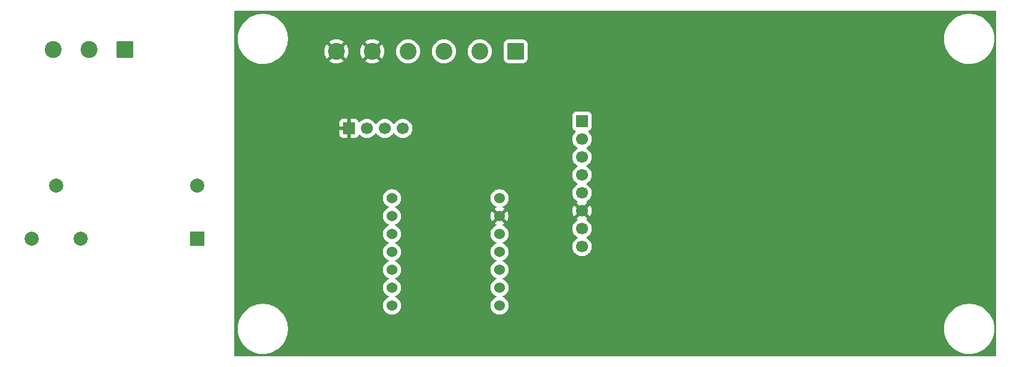
<source format=gbr>
%TF.GenerationSoftware,KiCad,Pcbnew,9.0.2*%
%TF.CreationDate,2025-08-18T15:59:43+02:00*%
%TF.ProjectId,esp32c6-charger,65737033-3263-4362-9d63-686172676572,rev?*%
%TF.SameCoordinates,Original*%
%TF.FileFunction,Copper,L2,Bot*%
%TF.FilePolarity,Positive*%
%FSLAX46Y46*%
G04 Gerber Fmt 4.6, Leading zero omitted, Abs format (unit mm)*
G04 Created by KiCad (PCBNEW 9.0.2) date 2025-08-18 15:59:43*
%MOMM*%
%LPD*%
G01*
G04 APERTURE LIST*
G04 Aperture macros list*
%AMRoundRect*
0 Rectangle with rounded corners*
0 $1 Rounding radius*
0 $2 $3 $4 $5 $6 $7 $8 $9 X,Y pos of 4 corners*
0 Add a 4 corners polygon primitive as box body*
4,1,4,$2,$3,$4,$5,$6,$7,$8,$9,$2,$3,0*
0 Add four circle primitives for the rounded corners*
1,1,$1+$1,$2,$3*
1,1,$1+$1,$4,$5*
1,1,$1+$1,$6,$7*
1,1,$1+$1,$8,$9*
0 Add four rect primitives between the rounded corners*
20,1,$1+$1,$2,$3,$4,$5,0*
20,1,$1+$1,$4,$5,$6,$7,0*
20,1,$1+$1,$6,$7,$8,$9,0*
20,1,$1+$1,$8,$9,$2,$3,0*%
G04 Aperture macros list end*
%TA.AperFunction,ComponentPad*%
%ADD10C,2.000000*%
%TD*%
%TA.AperFunction,ComponentPad*%
%ADD11R,2.000000X2.000000*%
%TD*%
%TA.AperFunction,ComponentPad*%
%ADD12C,2.400000*%
%TD*%
%TA.AperFunction,ComponentPad*%
%ADD13RoundRect,0.250001X0.949999X0.949999X-0.949999X0.949999X-0.949999X-0.949999X0.949999X-0.949999X0*%
%TD*%
%TA.AperFunction,ComponentPad*%
%ADD14C,1.524000*%
%TD*%
%TA.AperFunction,ComponentPad*%
%ADD15R,1.700000X1.700000*%
%TD*%
%TA.AperFunction,ComponentPad*%
%ADD16C,1.700000*%
%TD*%
%TA.AperFunction,ViaPad*%
%ADD17C,0.600000*%
%TD*%
G04 APERTURE END LIST*
D10*
%TO.P,K1,11*%
%TO.N,Net-(J2-Pin_3)*%
X86271500Y-115313500D03*
%TO.P,K1,12*%
%TO.N,Net-(J2-Pin_1)*%
X89771500Y-122813500D03*
%TO.P,K1,14*%
%TO.N,Net-(J2-Pin_2)*%
X82771500Y-122813500D03*
D11*
%TO.P,K1,A1*%
%TO.N,+5V*%
X106271500Y-122813500D03*
D10*
%TO.P,K1,A2*%
%TO.N,/Relais*%
X106271500Y-115313500D03*
%TD*%
D12*
%TO.P,J2,3,Pin_3*%
%TO.N,Net-(J2-Pin_3)*%
X85852000Y-96012000D03*
%TO.P,J2,2,Pin_2*%
%TO.N,Net-(J2-Pin_2)*%
X90932000Y-96012000D03*
D13*
%TO.P,J2,1,Pin_1*%
%TO.N,Net-(J2-Pin_1)*%
X96012000Y-96012000D03*
%TD*%
D14*
%TO.P,U1,1,GPIO0/A0/D0*%
%TO.N,unconnected-(U1-GPIO0{slash}A0{slash}D0-Pad1)*%
X133858000Y-117094000D03*
%TO.P,U1,2,GPIO1/A1/D1*%
%TO.N,/Cable Detect*%
X133858000Y-119634000D03*
%TO.P,U1,3,GPIO2/A2/D2*%
%TO.N,Net-(U1-GPIO2{slash}A2{slash}D2)*%
X133858000Y-122174000D03*
%TO.P,U1,4,GPIO21/D3*%
%TO.N,Net-(U1-GPIO21{slash}D3)*%
X133858000Y-124714000D03*
%TO.P,U1,5,GPIO22/D4/SDA*%
%TO.N,Net-(Brd1-SDA)*%
X133858000Y-127254000D03*
%TO.P,U1,6,GPIO23/D5/SCL*%
%TO.N,Net-(Brd1-SCL)*%
X133858000Y-129794000D03*
%TO.P,U1,7,GPIO16/D6/TX*%
%TO.N,unconnected-(U1-GPIO16{slash}D6{slash}TX-Pad7)*%
X133858000Y-132334000D03*
%TO.P,U1,8,GPIO17/D7/RX*%
%TO.N,Net-(RFID1-SDA)*%
X149098000Y-132334000D03*
%TO.P,U1,9,GPIO19/D8/SCK*%
%TO.N,Net-(RFID1-SCK)*%
X149098000Y-129794000D03*
%TO.P,U1,10,GPIO20/D9/MISO*%
%TO.N,Net-(RFID1-MISO)*%
X149098000Y-127254000D03*
%TO.P,U1,11,GPIO18/D10/MOSI*%
%TO.N,Net-(RFID1-MOSI)*%
X149098000Y-124714000D03*
%TO.P,U1,12,3V3*%
%TO.N,VCC*%
X149098000Y-122174000D03*
%TO.P,U1,13,GND*%
%TO.N,GND*%
X149098000Y-119634000D03*
%TO.P,U1,14,VBUS*%
%TO.N,+5V*%
X149098000Y-117094000D03*
%TD*%
D15*
%TO.P,RFID1,1,SDA*%
%TO.N,Net-(RFID1-SDA)*%
X160782000Y-106172000D03*
D16*
%TO.P,RFID1,2,SCK*%
%TO.N,Net-(RFID1-SCK)*%
X160782000Y-108712000D03*
%TO.P,RFID1,3,MOSI*%
%TO.N,Net-(RFID1-MOSI)*%
X160782000Y-111252000D03*
%TO.P,RFID1,4,MISO*%
%TO.N,Net-(RFID1-MISO)*%
X160782000Y-113792000D03*
%TO.P,RFID1,5,IRQ*%
%TO.N,unconnected-(RFID1-IRQ-Pad5)*%
X160782000Y-116332000D03*
%TO.P,RFID1,6,GND*%
%TO.N,GND*%
X160782000Y-118872000D03*
%TO.P,RFID1,7,RST*%
%TO.N,unconnected-(RFID1-RST-Pad7)*%
X160782000Y-121412000D03*
%TO.P,RFID1,8,3\u002C3V*%
%TO.N,VCC*%
X160782000Y-123952000D03*
%TD*%
D15*
%TO.P,Brd1,1,GND*%
%TO.N,GND*%
X127762000Y-107188000D03*
D16*
%TO.P,Brd1,2,VCC*%
%TO.N,VCC*%
X130302000Y-107188000D03*
%TO.P,Brd1,3,SCL*%
%TO.N,Net-(Brd1-SCL)*%
X132842000Y-107188000D03*
%TO.P,Brd1,4,SDA*%
%TO.N,Net-(Brd1-SDA)*%
X135382000Y-107188000D03*
%TD*%
D13*
%TO.P,J1,1,Pin_1*%
%TO.N,+5V*%
X151384000Y-96266000D03*
D12*
%TO.P,J1,2,Pin_2*%
%TO.N,VCC*%
X146304000Y-96266000D03*
%TO.P,J1,3,Pin_3*%
%TO.N,/Cable lock*%
X141224000Y-96266000D03*
%TO.P,J1,4,Pin_4*%
%TO.N,/Cable Detect*%
X136144000Y-96266000D03*
%TO.P,J1,5,Pin_5*%
%TO.N,GND*%
X131064000Y-96266000D03*
%TO.P,J1,6,Pin_6*%
X125984000Y-96266000D03*
%TD*%
D17*
%TO.N,GND*%
X118110000Y-126492000D03*
X118110000Y-119888000D03*
%TD*%
%TA.AperFunction,Conductor*%
%TO.N,GND*%
G36*
X219442539Y-90520185D02*
G01*
X219488294Y-90572989D01*
X219499500Y-90624500D01*
X219499500Y-139375500D01*
X219479815Y-139442539D01*
X219427011Y-139488294D01*
X219375500Y-139499500D01*
X111630000Y-139499500D01*
X111562961Y-139479815D01*
X111517206Y-139427011D01*
X111506000Y-139375500D01*
X111506000Y-135461157D01*
X112000370Y-135461157D01*
X112000370Y-135810842D01*
X112034644Y-136158842D01*
X112034647Y-136158859D01*
X112102861Y-136501804D01*
X112102864Y-136501815D01*
X112102866Y-136501824D01*
X112102867Y-136501825D01*
X112204377Y-136836459D01*
X112320282Y-137116279D01*
X112338199Y-137159533D01*
X112338201Y-137159538D01*
X112503035Y-137467920D01*
X112503046Y-137467938D01*
X112697314Y-137758680D01*
X112697324Y-137758694D01*
X112919166Y-138029009D01*
X113166425Y-138276268D01*
X113166430Y-138276272D01*
X113166431Y-138276273D01*
X113436746Y-138498115D01*
X113727503Y-138692393D01*
X113727512Y-138692398D01*
X113727514Y-138692399D01*
X114035896Y-138857233D01*
X114035898Y-138857233D01*
X114035904Y-138857237D01*
X114358976Y-138991058D01*
X114693610Y-139092568D01*
X114693616Y-139092569D01*
X114693619Y-139092570D01*
X114693630Y-139092573D01*
X114908686Y-139135349D01*
X115036582Y-139160789D01*
X115384589Y-139195065D01*
X115384592Y-139195065D01*
X115734278Y-139195065D01*
X115734281Y-139195065D01*
X116082288Y-139160789D01*
X116252047Y-139127021D01*
X116425239Y-139092573D01*
X116425250Y-139092570D01*
X116425250Y-139092569D01*
X116425260Y-139092568D01*
X116759894Y-138991058D01*
X117082966Y-138857237D01*
X117391367Y-138692393D01*
X117682124Y-138498115D01*
X117952439Y-138276273D01*
X118199708Y-138029004D01*
X118421550Y-137758689D01*
X118615828Y-137467932D01*
X118780672Y-137159531D01*
X118914493Y-136836459D01*
X119016003Y-136501825D01*
X119016005Y-136501815D01*
X119016008Y-136501804D01*
X119050456Y-136328612D01*
X119084224Y-136158853D01*
X119118500Y-135810846D01*
X119118500Y-135461157D01*
X212086935Y-135461157D01*
X212086935Y-135810842D01*
X212121209Y-136158842D01*
X212121212Y-136158859D01*
X212189426Y-136501804D01*
X212189429Y-136501815D01*
X212189431Y-136501824D01*
X212189432Y-136501825D01*
X212290942Y-136836459D01*
X212406847Y-137116279D01*
X212424764Y-137159533D01*
X212424766Y-137159538D01*
X212589600Y-137467920D01*
X212589611Y-137467938D01*
X212783879Y-137758680D01*
X212783889Y-137758694D01*
X213005731Y-138029009D01*
X213252990Y-138276268D01*
X213252995Y-138276272D01*
X213252996Y-138276273D01*
X213523311Y-138498115D01*
X213814068Y-138692393D01*
X213814077Y-138692398D01*
X213814079Y-138692399D01*
X214122461Y-138857233D01*
X214122463Y-138857233D01*
X214122469Y-138857237D01*
X214445541Y-138991058D01*
X214780175Y-139092568D01*
X214780181Y-139092569D01*
X214780184Y-139092570D01*
X214780195Y-139092573D01*
X214995251Y-139135349D01*
X215123147Y-139160789D01*
X215471154Y-139195065D01*
X215471157Y-139195065D01*
X215820843Y-139195065D01*
X215820846Y-139195065D01*
X216168853Y-139160789D01*
X216338612Y-139127021D01*
X216511804Y-139092573D01*
X216511815Y-139092570D01*
X216511815Y-139092569D01*
X216511825Y-139092568D01*
X216846459Y-138991058D01*
X217169531Y-138857237D01*
X217477932Y-138692393D01*
X217768689Y-138498115D01*
X218039004Y-138276273D01*
X218286273Y-138029004D01*
X218508115Y-137758689D01*
X218702393Y-137467932D01*
X218867237Y-137159531D01*
X219001058Y-136836459D01*
X219102568Y-136501825D01*
X219102570Y-136501815D01*
X219102573Y-136501804D01*
X219137021Y-136328612D01*
X219170789Y-136158853D01*
X219205065Y-135810846D01*
X219205065Y-135461154D01*
X219170789Y-135113147D01*
X219133929Y-134927837D01*
X219102573Y-134770195D01*
X219102570Y-134770184D01*
X219102569Y-134770181D01*
X219102568Y-134770175D01*
X219001058Y-134435541D01*
X218867237Y-134112469D01*
X218702393Y-133804068D01*
X218508115Y-133513311D01*
X218286273Y-133242996D01*
X218286272Y-133242995D01*
X218286268Y-133242990D01*
X218039009Y-132995731D01*
X217768694Y-132773889D01*
X217768693Y-132773888D01*
X217768689Y-132773885D01*
X217477932Y-132579607D01*
X217477927Y-132579604D01*
X217477920Y-132579600D01*
X217169538Y-132414766D01*
X217169533Y-132414764D01*
X216846460Y-132280942D01*
X216511815Y-132179429D01*
X216511804Y-132179426D01*
X216168859Y-132111212D01*
X216168842Y-132111209D01*
X215905678Y-132085290D01*
X215820846Y-132076935D01*
X215471154Y-132076935D01*
X215392697Y-132084662D01*
X215123157Y-132111209D01*
X215123140Y-132111212D01*
X214780195Y-132179426D01*
X214780184Y-132179429D01*
X214445539Y-132280942D01*
X214122466Y-132414764D01*
X214122461Y-132414766D01*
X213814079Y-132579600D01*
X213814061Y-132579611D01*
X213523319Y-132773879D01*
X213523305Y-132773889D01*
X213252990Y-132995731D01*
X213005731Y-133242990D01*
X212783889Y-133513305D01*
X212783879Y-133513319D01*
X212589611Y-133804061D01*
X212589600Y-133804079D01*
X212424766Y-134112461D01*
X212424764Y-134112466D01*
X212290942Y-134435539D01*
X212189429Y-134770184D01*
X212189426Y-134770195D01*
X212121212Y-135113140D01*
X212121209Y-135113157D01*
X212086935Y-135461157D01*
X119118500Y-135461157D01*
X119118500Y-135461154D01*
X119084224Y-135113147D01*
X119047364Y-134927837D01*
X119016008Y-134770195D01*
X119016005Y-134770184D01*
X119016004Y-134770181D01*
X119016003Y-134770175D01*
X118914493Y-134435541D01*
X118780672Y-134112469D01*
X118615828Y-133804068D01*
X118421550Y-133513311D01*
X118199708Y-133242996D01*
X118199707Y-133242995D01*
X118199703Y-133242990D01*
X117952444Y-132995731D01*
X117682129Y-132773889D01*
X117682128Y-132773888D01*
X117682124Y-132773885D01*
X117391367Y-132579607D01*
X117391362Y-132579604D01*
X117391355Y-132579600D01*
X117082973Y-132414766D01*
X117082968Y-132414764D01*
X116759895Y-132280942D01*
X116425250Y-132179429D01*
X116425239Y-132179426D01*
X116082294Y-132111212D01*
X116082277Y-132111209D01*
X115819113Y-132085290D01*
X115734281Y-132076935D01*
X115384589Y-132076935D01*
X115306132Y-132084662D01*
X115036592Y-132111209D01*
X115036575Y-132111212D01*
X114693630Y-132179426D01*
X114693619Y-132179429D01*
X114358974Y-132280942D01*
X114035901Y-132414764D01*
X114035896Y-132414766D01*
X113727514Y-132579600D01*
X113727496Y-132579611D01*
X113436754Y-132773879D01*
X113436740Y-132773889D01*
X113166425Y-132995731D01*
X112919166Y-133242990D01*
X112697324Y-133513305D01*
X112697314Y-133513319D01*
X112503046Y-133804061D01*
X112503035Y-133804079D01*
X112338201Y-134112461D01*
X112338199Y-134112466D01*
X112204377Y-134435539D01*
X112102864Y-134770184D01*
X112102861Y-134770195D01*
X112034647Y-135113140D01*
X112034644Y-135113157D01*
X112000370Y-135461157D01*
X111506000Y-135461157D01*
X111506000Y-116994639D01*
X132595500Y-116994639D01*
X132595500Y-117193360D01*
X132626587Y-117389637D01*
X132687993Y-117578629D01*
X132687994Y-117578632D01*
X132756337Y-117712760D01*
X132778213Y-117755694D01*
X132895019Y-117916464D01*
X133035536Y-118056981D01*
X133196306Y-118173787D01*
X133314832Y-118234179D01*
X133352780Y-118253515D01*
X133403576Y-118301490D01*
X133420371Y-118369311D01*
X133397833Y-118435446D01*
X133352780Y-118474485D01*
X133196305Y-118554213D01*
X133035533Y-118671021D01*
X132895021Y-118811533D01*
X132778213Y-118972305D01*
X132687994Y-119149367D01*
X132687993Y-119149370D01*
X132626587Y-119338362D01*
X132595500Y-119534639D01*
X132595500Y-119733360D01*
X132626587Y-119929637D01*
X132687993Y-120118629D01*
X132687994Y-120118632D01*
X132758471Y-120256949D01*
X132778213Y-120295694D01*
X132895019Y-120456464D01*
X133035536Y-120596981D01*
X133196306Y-120713787D01*
X133314832Y-120774179D01*
X133352780Y-120793515D01*
X133403576Y-120841490D01*
X133420371Y-120909311D01*
X133397833Y-120975446D01*
X133352780Y-121014485D01*
X133196305Y-121094213D01*
X133035533Y-121211021D01*
X132895021Y-121351533D01*
X132778213Y-121512305D01*
X132687994Y-121689367D01*
X132687993Y-121689370D01*
X132626587Y-121878362D01*
X132595500Y-122074639D01*
X132595500Y-122273360D01*
X132626587Y-122469637D01*
X132687993Y-122658629D01*
X132687994Y-122658632D01*
X132756196Y-122792484D01*
X132778213Y-122835694D01*
X132895019Y-122996464D01*
X133035536Y-123136981D01*
X133196306Y-123253787D01*
X133314832Y-123314179D01*
X133352780Y-123333515D01*
X133403576Y-123381490D01*
X133420371Y-123449311D01*
X133397833Y-123515446D01*
X133352780Y-123554485D01*
X133196305Y-123634213D01*
X133035533Y-123751021D01*
X132895021Y-123891533D01*
X132778213Y-124052305D01*
X132687994Y-124229367D01*
X132687993Y-124229370D01*
X132626587Y-124418362D01*
X132595500Y-124614639D01*
X132595500Y-124813360D01*
X132626587Y-125009637D01*
X132687993Y-125198629D01*
X132687994Y-125198632D01*
X132778213Y-125375694D01*
X132895019Y-125536464D01*
X133035536Y-125676981D01*
X133196306Y-125793787D01*
X133314832Y-125854179D01*
X133352780Y-125873515D01*
X133403576Y-125921490D01*
X133420371Y-125989311D01*
X133397833Y-126055446D01*
X133352780Y-126094485D01*
X133196305Y-126174213D01*
X133035533Y-126291021D01*
X132895021Y-126431533D01*
X132778213Y-126592305D01*
X132687994Y-126769367D01*
X132687993Y-126769370D01*
X132626587Y-126958362D01*
X132595500Y-127154639D01*
X132595500Y-127353360D01*
X132626587Y-127549637D01*
X132687993Y-127738629D01*
X132687994Y-127738632D01*
X132778213Y-127915694D01*
X132895019Y-128076464D01*
X133035536Y-128216981D01*
X133196306Y-128333787D01*
X133314832Y-128394179D01*
X133352780Y-128413515D01*
X133403576Y-128461490D01*
X133420371Y-128529311D01*
X133397833Y-128595446D01*
X133352780Y-128634485D01*
X133196305Y-128714213D01*
X133035533Y-128831021D01*
X132895021Y-128971533D01*
X132778213Y-129132305D01*
X132687994Y-129309367D01*
X132687993Y-129309370D01*
X132626587Y-129498362D01*
X132595500Y-129694639D01*
X132595500Y-129893360D01*
X132626587Y-130089637D01*
X132687993Y-130278629D01*
X132687994Y-130278632D01*
X132778213Y-130455694D01*
X132895019Y-130616464D01*
X133035536Y-130756981D01*
X133196306Y-130873787D01*
X133314832Y-130934179D01*
X133352780Y-130953515D01*
X133403576Y-131001490D01*
X133420371Y-131069311D01*
X133397833Y-131135446D01*
X133352780Y-131174485D01*
X133196305Y-131254213D01*
X133035533Y-131371021D01*
X132895021Y-131511533D01*
X132778213Y-131672305D01*
X132687994Y-131849367D01*
X132687993Y-131849370D01*
X132626587Y-132038362D01*
X132595500Y-132234639D01*
X132595500Y-132433360D01*
X132626587Y-132629637D01*
X132687993Y-132818629D01*
X132687994Y-132818632D01*
X132778213Y-132995694D01*
X132895019Y-133156464D01*
X133035536Y-133296981D01*
X133196306Y-133413787D01*
X133283149Y-133458035D01*
X133373367Y-133504005D01*
X133373370Y-133504006D01*
X133467866Y-133534709D01*
X133562364Y-133565413D01*
X133758639Y-133596500D01*
X133758640Y-133596500D01*
X133957360Y-133596500D01*
X133957361Y-133596500D01*
X134153636Y-133565413D01*
X134342632Y-133504005D01*
X134519694Y-133413787D01*
X134680464Y-133296981D01*
X134820981Y-133156464D01*
X134937787Y-132995694D01*
X135028005Y-132818632D01*
X135089413Y-132629636D01*
X135120500Y-132433361D01*
X135120500Y-132234639D01*
X135089413Y-132038364D01*
X135028005Y-131849368D01*
X135028005Y-131849367D01*
X134937786Y-131672305D01*
X134820981Y-131511536D01*
X134680464Y-131371019D01*
X134519694Y-131254213D01*
X134363218Y-131174484D01*
X134312423Y-131126510D01*
X134295628Y-131058689D01*
X134318165Y-130992554D01*
X134363218Y-130953515D01*
X134519694Y-130873787D01*
X134680464Y-130756981D01*
X134820981Y-130616464D01*
X134937787Y-130455694D01*
X135028005Y-130278632D01*
X135089413Y-130089636D01*
X135120500Y-129893361D01*
X135120500Y-129694639D01*
X135089413Y-129498364D01*
X135028005Y-129309368D01*
X135028005Y-129309367D01*
X134937786Y-129132305D01*
X134820981Y-128971536D01*
X134680464Y-128831019D01*
X134519694Y-128714213D01*
X134363218Y-128634484D01*
X134312423Y-128586510D01*
X134295628Y-128518689D01*
X134318165Y-128452554D01*
X134363218Y-128413515D01*
X134519694Y-128333787D01*
X134680464Y-128216981D01*
X134820981Y-128076464D01*
X134937787Y-127915694D01*
X135028005Y-127738632D01*
X135089413Y-127549636D01*
X135120500Y-127353361D01*
X135120500Y-127154639D01*
X135089413Y-126958364D01*
X135028005Y-126769368D01*
X135028005Y-126769367D01*
X134937786Y-126592305D01*
X134820981Y-126431536D01*
X134680464Y-126291019D01*
X134519694Y-126174213D01*
X134363218Y-126094484D01*
X134312423Y-126046510D01*
X134295628Y-125978689D01*
X134318165Y-125912554D01*
X134363218Y-125873515D01*
X134519694Y-125793787D01*
X134680464Y-125676981D01*
X134820981Y-125536464D01*
X134937787Y-125375694D01*
X135028005Y-125198632D01*
X135089413Y-125009636D01*
X135120500Y-124813361D01*
X135120500Y-124614639D01*
X135089413Y-124418364D01*
X135028005Y-124229368D01*
X135028005Y-124229367D01*
X134937786Y-124052305D01*
X134820981Y-123891536D01*
X134680464Y-123751019D01*
X134519694Y-123634213D01*
X134363218Y-123554484D01*
X134312423Y-123506510D01*
X134295628Y-123438689D01*
X134318165Y-123372554D01*
X134363218Y-123333515D01*
X134519694Y-123253787D01*
X134680464Y-123136981D01*
X134820981Y-122996464D01*
X134937787Y-122835694D01*
X135028005Y-122658632D01*
X135089413Y-122469636D01*
X135120500Y-122273361D01*
X135120500Y-122074639D01*
X135089413Y-121878364D01*
X135028005Y-121689368D01*
X135028005Y-121689367D01*
X134937786Y-121512305D01*
X134820981Y-121351536D01*
X134680464Y-121211019D01*
X134519694Y-121094213D01*
X134363218Y-121014484D01*
X134312423Y-120966510D01*
X134295628Y-120898689D01*
X134318165Y-120832554D01*
X134363218Y-120793515D01*
X134519694Y-120713787D01*
X134680464Y-120596981D01*
X134820981Y-120456464D01*
X134937787Y-120295694D01*
X135028005Y-120118632D01*
X135089413Y-119929636D01*
X135120500Y-119733361D01*
X135120500Y-119534639D01*
X135089413Y-119338364D01*
X135041045Y-119189500D01*
X135028006Y-119149370D01*
X135028005Y-119149367D01*
X134982035Y-119059149D01*
X134937787Y-118972306D01*
X134820981Y-118811536D01*
X134680464Y-118671019D01*
X134519694Y-118554213D01*
X134363218Y-118474484D01*
X134312423Y-118426510D01*
X134295628Y-118358689D01*
X134318165Y-118292554D01*
X134363218Y-118253515D01*
X134519694Y-118173787D01*
X134680464Y-118056981D01*
X134820981Y-117916464D01*
X134937787Y-117755694D01*
X135028005Y-117578632D01*
X135089413Y-117389636D01*
X135120500Y-117193361D01*
X135120500Y-116994639D01*
X147835500Y-116994639D01*
X147835500Y-117193360D01*
X147866587Y-117389637D01*
X147927993Y-117578629D01*
X147927994Y-117578632D01*
X147996337Y-117712760D01*
X148018213Y-117755694D01*
X148135019Y-117916464D01*
X148275536Y-118056981D01*
X148436306Y-118173787D01*
X148593332Y-118253796D01*
X148644127Y-118301769D01*
X148660922Y-118369590D01*
X148638385Y-118435725D01*
X148593332Y-118474764D01*
X148436566Y-118554641D01*
X148399283Y-118581729D01*
X148399282Y-118581730D01*
X149013906Y-119196352D01*
X148926429Y-119219792D01*
X148825070Y-119278311D01*
X148742311Y-119361070D01*
X148683792Y-119462429D01*
X148660352Y-119549905D01*
X148045730Y-118935282D01*
X148045729Y-118935283D01*
X148018643Y-118972564D01*
X147928457Y-119149562D01*
X147867075Y-119338476D01*
X147867075Y-119338479D01*
X147836000Y-119534678D01*
X147836000Y-119733321D01*
X147867075Y-119929520D01*
X147867075Y-119929523D01*
X147928457Y-120118437D01*
X148018641Y-120295432D01*
X148045730Y-120332715D01*
X148660352Y-119718093D01*
X148683792Y-119805571D01*
X148742311Y-119906930D01*
X148825070Y-119989689D01*
X148926429Y-120048208D01*
X149013905Y-120071647D01*
X148399283Y-120686268D01*
X148399283Y-120686269D01*
X148436567Y-120713358D01*
X148593331Y-120793234D01*
X148644127Y-120841209D01*
X148660922Y-120909030D01*
X148638384Y-120975165D01*
X148593331Y-121014204D01*
X148436305Y-121094213D01*
X148275533Y-121211021D01*
X148135021Y-121351533D01*
X148018213Y-121512305D01*
X147927994Y-121689367D01*
X147927993Y-121689370D01*
X147866587Y-121878362D01*
X147835500Y-122074639D01*
X147835500Y-122273360D01*
X147866587Y-122469637D01*
X147927993Y-122658629D01*
X147927994Y-122658632D01*
X147996196Y-122792484D01*
X148018213Y-122835694D01*
X148135019Y-122996464D01*
X148275536Y-123136981D01*
X148436306Y-123253787D01*
X148554832Y-123314179D01*
X148592780Y-123333515D01*
X148643576Y-123381490D01*
X148660371Y-123449311D01*
X148637833Y-123515446D01*
X148592780Y-123554485D01*
X148436305Y-123634213D01*
X148275533Y-123751021D01*
X148135021Y-123891533D01*
X148018213Y-124052305D01*
X147927994Y-124229367D01*
X147927993Y-124229370D01*
X147866587Y-124418362D01*
X147835500Y-124614639D01*
X147835500Y-124813360D01*
X147866587Y-125009637D01*
X147927993Y-125198629D01*
X147927994Y-125198632D01*
X148018213Y-125375694D01*
X148135019Y-125536464D01*
X148275536Y-125676981D01*
X148436306Y-125793787D01*
X148554832Y-125854179D01*
X148592780Y-125873515D01*
X148643576Y-125921490D01*
X148660371Y-125989311D01*
X148637833Y-126055446D01*
X148592780Y-126094485D01*
X148436305Y-126174213D01*
X148275533Y-126291021D01*
X148135021Y-126431533D01*
X148018213Y-126592305D01*
X147927994Y-126769367D01*
X147927993Y-126769370D01*
X147866587Y-126958362D01*
X147835500Y-127154639D01*
X147835500Y-127353360D01*
X147866587Y-127549637D01*
X147927993Y-127738629D01*
X147927994Y-127738632D01*
X148018213Y-127915694D01*
X148135019Y-128076464D01*
X148275536Y-128216981D01*
X148436306Y-128333787D01*
X148554832Y-128394179D01*
X148592780Y-128413515D01*
X148643576Y-128461490D01*
X148660371Y-128529311D01*
X148637833Y-128595446D01*
X148592780Y-128634485D01*
X148436305Y-128714213D01*
X148275533Y-128831021D01*
X148135021Y-128971533D01*
X148018213Y-129132305D01*
X147927994Y-129309367D01*
X147927993Y-129309370D01*
X147866587Y-129498362D01*
X147835500Y-129694639D01*
X147835500Y-129893360D01*
X147866587Y-130089637D01*
X147927993Y-130278629D01*
X147927994Y-130278632D01*
X148018213Y-130455694D01*
X148135019Y-130616464D01*
X148275536Y-130756981D01*
X148436306Y-130873787D01*
X148554832Y-130934179D01*
X148592780Y-130953515D01*
X148643576Y-131001490D01*
X148660371Y-131069311D01*
X148637833Y-131135446D01*
X148592780Y-131174485D01*
X148436305Y-131254213D01*
X148275533Y-131371021D01*
X148135021Y-131511533D01*
X148018213Y-131672305D01*
X147927994Y-131849367D01*
X147927993Y-131849370D01*
X147866587Y-132038362D01*
X147835500Y-132234639D01*
X147835500Y-132433360D01*
X147866587Y-132629637D01*
X147927993Y-132818629D01*
X147927994Y-132818632D01*
X148018213Y-132995694D01*
X148135019Y-133156464D01*
X148275536Y-133296981D01*
X148436306Y-133413787D01*
X148523149Y-133458035D01*
X148613367Y-133504005D01*
X148613370Y-133504006D01*
X148707866Y-133534709D01*
X148802364Y-133565413D01*
X148998639Y-133596500D01*
X148998640Y-133596500D01*
X149197360Y-133596500D01*
X149197361Y-133596500D01*
X149393636Y-133565413D01*
X149582632Y-133504005D01*
X149759694Y-133413787D01*
X149920464Y-133296981D01*
X150060981Y-133156464D01*
X150177787Y-132995694D01*
X150268005Y-132818632D01*
X150329413Y-132629636D01*
X150360500Y-132433361D01*
X150360500Y-132234639D01*
X150329413Y-132038364D01*
X150268005Y-131849368D01*
X150268005Y-131849367D01*
X150177786Y-131672305D01*
X150060981Y-131511536D01*
X149920464Y-131371019D01*
X149759694Y-131254213D01*
X149603218Y-131174484D01*
X149552423Y-131126510D01*
X149535628Y-131058689D01*
X149558165Y-130992554D01*
X149603218Y-130953515D01*
X149759694Y-130873787D01*
X149920464Y-130756981D01*
X150060981Y-130616464D01*
X150177787Y-130455694D01*
X150268005Y-130278632D01*
X150329413Y-130089636D01*
X150360500Y-129893361D01*
X150360500Y-129694639D01*
X150329413Y-129498364D01*
X150268005Y-129309368D01*
X150268005Y-129309367D01*
X150177786Y-129132305D01*
X150060981Y-128971536D01*
X149920464Y-128831019D01*
X149759694Y-128714213D01*
X149603218Y-128634484D01*
X149552423Y-128586510D01*
X149535628Y-128518689D01*
X149558165Y-128452554D01*
X149603218Y-128413515D01*
X149759694Y-128333787D01*
X149920464Y-128216981D01*
X150060981Y-128076464D01*
X150177787Y-127915694D01*
X150268005Y-127738632D01*
X150329413Y-127549636D01*
X150360500Y-127353361D01*
X150360500Y-127154639D01*
X150329413Y-126958364D01*
X150268005Y-126769368D01*
X150268005Y-126769367D01*
X150177786Y-126592305D01*
X150060981Y-126431536D01*
X149920464Y-126291019D01*
X149759694Y-126174213D01*
X149603218Y-126094484D01*
X149552423Y-126046510D01*
X149535628Y-125978689D01*
X149558165Y-125912554D01*
X149603218Y-125873515D01*
X149759694Y-125793787D01*
X149920464Y-125676981D01*
X150060981Y-125536464D01*
X150177787Y-125375694D01*
X150268005Y-125198632D01*
X150329413Y-125009636D01*
X150360500Y-124813361D01*
X150360500Y-124614639D01*
X150329413Y-124418364D01*
X150268005Y-124229368D01*
X150268005Y-124229367D01*
X150177786Y-124052305D01*
X150060981Y-123891536D01*
X149920464Y-123751019D01*
X149759694Y-123634213D01*
X149603218Y-123554484D01*
X149552423Y-123506510D01*
X149535628Y-123438689D01*
X149558165Y-123372554D01*
X149603218Y-123333515D01*
X149759694Y-123253787D01*
X149920464Y-123136981D01*
X150060981Y-122996464D01*
X150177787Y-122835694D01*
X150268005Y-122658632D01*
X150329413Y-122469636D01*
X150360500Y-122273361D01*
X150360500Y-122074639D01*
X150329413Y-121878364D01*
X150268005Y-121689368D01*
X150268005Y-121689367D01*
X150177786Y-121512305D01*
X150060981Y-121351536D01*
X149920464Y-121211019D01*
X149759694Y-121094213D01*
X149602667Y-121014203D01*
X149551872Y-120966229D01*
X149535077Y-120898408D01*
X149557614Y-120832273D01*
X149602669Y-120793234D01*
X149759422Y-120713364D01*
X149796716Y-120686268D01*
X149182095Y-120071647D01*
X149269571Y-120048208D01*
X149370930Y-119989689D01*
X149453689Y-119906930D01*
X149512208Y-119805571D01*
X149535647Y-119718094D01*
X150150268Y-120332715D01*
X150177362Y-120295425D01*
X150267542Y-120118437D01*
X150328924Y-119929523D01*
X150328924Y-119929520D01*
X150360000Y-119733321D01*
X150360000Y-119534678D01*
X150328924Y-119338479D01*
X150328924Y-119338476D01*
X150267542Y-119149562D01*
X150177358Y-118972567D01*
X150150268Y-118935283D01*
X149535647Y-119549904D01*
X149512208Y-119462429D01*
X149453689Y-119361070D01*
X149370930Y-119278311D01*
X149269571Y-119219792D01*
X149182094Y-119196352D01*
X149796716Y-118581731D01*
X149796715Y-118581730D01*
X149759432Y-118554641D01*
X149602668Y-118474765D01*
X149551872Y-118426790D01*
X149535077Y-118358969D01*
X149557615Y-118292834D01*
X149602667Y-118253796D01*
X149759694Y-118173787D01*
X149920464Y-118056981D01*
X150060981Y-117916464D01*
X150177787Y-117755694D01*
X150268005Y-117578632D01*
X150329413Y-117389636D01*
X150360500Y-117193361D01*
X150360500Y-116994639D01*
X150329413Y-116798364D01*
X150268005Y-116609368D01*
X150268005Y-116609367D01*
X150177786Y-116432305D01*
X150060981Y-116271536D01*
X149920464Y-116131019D01*
X149759694Y-116014213D01*
X149582632Y-115923994D01*
X149582629Y-115923993D01*
X149393637Y-115862587D01*
X149295498Y-115847043D01*
X149197361Y-115831500D01*
X148998639Y-115831500D01*
X148933214Y-115841862D01*
X148802362Y-115862587D01*
X148613370Y-115923993D01*
X148613367Y-115923994D01*
X148436305Y-116014213D01*
X148275533Y-116131021D01*
X148135021Y-116271533D01*
X148018213Y-116432305D01*
X147927994Y-116609367D01*
X147927993Y-116609370D01*
X147866587Y-116798362D01*
X147835500Y-116994639D01*
X135120500Y-116994639D01*
X135089413Y-116798364D01*
X135028005Y-116609368D01*
X135028005Y-116609367D01*
X134937786Y-116432305D01*
X134820981Y-116271536D01*
X134680464Y-116131019D01*
X134519694Y-116014213D01*
X134342632Y-115923994D01*
X134342629Y-115923993D01*
X134153637Y-115862587D01*
X134055498Y-115847043D01*
X133957361Y-115831500D01*
X133758639Y-115831500D01*
X133693214Y-115841862D01*
X133562362Y-115862587D01*
X133373370Y-115923993D01*
X133373367Y-115923994D01*
X133196305Y-116014213D01*
X133035533Y-116131021D01*
X132895021Y-116271533D01*
X132778213Y-116432305D01*
X132687994Y-116609367D01*
X132687993Y-116609370D01*
X132626587Y-116798362D01*
X132595500Y-116994639D01*
X111506000Y-116994639D01*
X111506000Y-106290155D01*
X126412000Y-106290155D01*
X126412000Y-106938000D01*
X127328988Y-106938000D01*
X127296075Y-106995007D01*
X127262000Y-107122174D01*
X127262000Y-107253826D01*
X127296075Y-107380993D01*
X127328988Y-107438000D01*
X126412000Y-107438000D01*
X126412000Y-108085844D01*
X126418401Y-108145372D01*
X126418403Y-108145379D01*
X126468645Y-108280086D01*
X126468649Y-108280093D01*
X126554809Y-108395187D01*
X126554812Y-108395190D01*
X126669906Y-108481350D01*
X126669913Y-108481354D01*
X126804620Y-108531596D01*
X126804627Y-108531598D01*
X126864155Y-108537999D01*
X126864172Y-108538000D01*
X127512000Y-108538000D01*
X127512000Y-107621012D01*
X127569007Y-107653925D01*
X127696174Y-107688000D01*
X127827826Y-107688000D01*
X127954993Y-107653925D01*
X128012000Y-107621012D01*
X128012000Y-108538000D01*
X128659828Y-108538000D01*
X128659844Y-108537999D01*
X128719372Y-108531598D01*
X128719379Y-108531596D01*
X128854086Y-108481354D01*
X128854093Y-108481350D01*
X128969187Y-108395190D01*
X128969190Y-108395187D01*
X129055350Y-108280093D01*
X129055354Y-108280086D01*
X129104422Y-108148529D01*
X129146293Y-108092595D01*
X129211757Y-108068178D01*
X129280030Y-108083030D01*
X129308285Y-108104181D01*
X129422213Y-108218109D01*
X129594179Y-108343048D01*
X129594181Y-108343049D01*
X129594184Y-108343051D01*
X129783588Y-108439557D01*
X129985757Y-108505246D01*
X130195713Y-108538500D01*
X130195714Y-108538500D01*
X130408286Y-108538500D01*
X130408287Y-108538500D01*
X130618243Y-108505246D01*
X130820412Y-108439557D01*
X131009816Y-108343051D01*
X131096471Y-108280093D01*
X131181786Y-108218109D01*
X131181788Y-108218106D01*
X131181792Y-108218104D01*
X131332104Y-108067792D01*
X131332106Y-108067788D01*
X131332109Y-108067786D01*
X131457048Y-107895820D01*
X131457047Y-107895820D01*
X131457051Y-107895816D01*
X131461514Y-107887054D01*
X131509488Y-107836259D01*
X131577308Y-107819463D01*
X131643444Y-107841999D01*
X131682486Y-107887056D01*
X131686951Y-107895820D01*
X131811890Y-108067786D01*
X131962213Y-108218109D01*
X132134179Y-108343048D01*
X132134181Y-108343049D01*
X132134184Y-108343051D01*
X132323588Y-108439557D01*
X132525757Y-108505246D01*
X132735713Y-108538500D01*
X132735714Y-108538500D01*
X132948286Y-108538500D01*
X132948287Y-108538500D01*
X133158243Y-108505246D01*
X133360412Y-108439557D01*
X133549816Y-108343051D01*
X133636471Y-108280093D01*
X133721786Y-108218109D01*
X133721788Y-108218106D01*
X133721792Y-108218104D01*
X133872104Y-108067792D01*
X133872106Y-108067788D01*
X133872109Y-108067786D01*
X133997048Y-107895820D01*
X133997047Y-107895820D01*
X133997051Y-107895816D01*
X134001514Y-107887054D01*
X134049488Y-107836259D01*
X134117308Y-107819463D01*
X134183444Y-107841999D01*
X134222486Y-107887056D01*
X134226951Y-107895820D01*
X134351890Y-108067786D01*
X134502213Y-108218109D01*
X134674179Y-108343048D01*
X134674181Y-108343049D01*
X134674184Y-108343051D01*
X134863588Y-108439557D01*
X135065757Y-108505246D01*
X135275713Y-108538500D01*
X135275714Y-108538500D01*
X135488286Y-108538500D01*
X135488287Y-108538500D01*
X135698243Y-108505246D01*
X135900412Y-108439557D01*
X136089816Y-108343051D01*
X136176471Y-108280093D01*
X136261786Y-108218109D01*
X136261788Y-108218106D01*
X136261792Y-108218104D01*
X136412104Y-108067792D01*
X136412106Y-108067788D01*
X136412109Y-108067786D01*
X136537048Y-107895820D01*
X136537047Y-107895820D01*
X136537051Y-107895816D01*
X136633557Y-107706412D01*
X136699246Y-107504243D01*
X136732500Y-107294287D01*
X136732500Y-107081713D01*
X136699246Y-106871757D01*
X136633557Y-106669588D01*
X136537051Y-106480184D01*
X136537049Y-106480181D01*
X136537048Y-106480179D01*
X136412109Y-106308213D01*
X136261786Y-106157890D01*
X136089820Y-106032951D01*
X135900414Y-105936444D01*
X135900413Y-105936443D01*
X135900412Y-105936443D01*
X135698243Y-105870754D01*
X135698241Y-105870753D01*
X135698240Y-105870753D01*
X135536957Y-105845208D01*
X135488287Y-105837500D01*
X135275713Y-105837500D01*
X135227042Y-105845208D01*
X135065760Y-105870753D01*
X134863585Y-105936444D01*
X134674179Y-106032951D01*
X134502213Y-106157890D01*
X134351890Y-106308213D01*
X134226949Y-106480182D01*
X134222484Y-106488946D01*
X134174509Y-106539742D01*
X134106688Y-106556536D01*
X134040553Y-106533998D01*
X134001516Y-106488946D01*
X133997050Y-106480182D01*
X133872109Y-106308213D01*
X133721786Y-106157890D01*
X133549820Y-106032951D01*
X133360414Y-105936444D01*
X133360413Y-105936443D01*
X133360412Y-105936443D01*
X133158243Y-105870754D01*
X133158241Y-105870753D01*
X133158240Y-105870753D01*
X132996957Y-105845208D01*
X132948287Y-105837500D01*
X132735713Y-105837500D01*
X132687042Y-105845208D01*
X132525760Y-105870753D01*
X132323585Y-105936444D01*
X132134179Y-106032951D01*
X131962213Y-106157890D01*
X131811890Y-106308213D01*
X131686949Y-106480182D01*
X131682484Y-106488946D01*
X131634509Y-106539742D01*
X131566688Y-106556536D01*
X131500553Y-106533998D01*
X131461516Y-106488946D01*
X131457050Y-106480182D01*
X131332109Y-106308213D01*
X131181786Y-106157890D01*
X131009820Y-106032951D01*
X130820414Y-105936444D01*
X130820413Y-105936443D01*
X130820412Y-105936443D01*
X130618243Y-105870754D01*
X130618241Y-105870753D01*
X130618240Y-105870753D01*
X130456957Y-105845208D01*
X130408287Y-105837500D01*
X130195713Y-105837500D01*
X130147042Y-105845208D01*
X129985760Y-105870753D01*
X129783585Y-105936444D01*
X129594179Y-106032951D01*
X129422215Y-106157889D01*
X129308285Y-106271819D01*
X129246962Y-106305303D01*
X129177270Y-106300319D01*
X129121337Y-106258447D01*
X129104422Y-106227470D01*
X129055354Y-106095913D01*
X129055350Y-106095906D01*
X128969190Y-105980812D01*
X128969187Y-105980809D01*
X128854093Y-105894649D01*
X128854086Y-105894645D01*
X128719379Y-105844403D01*
X128719372Y-105844401D01*
X128659844Y-105838000D01*
X128012000Y-105838000D01*
X128012000Y-106754988D01*
X127954993Y-106722075D01*
X127827826Y-106688000D01*
X127696174Y-106688000D01*
X127569007Y-106722075D01*
X127512000Y-106754988D01*
X127512000Y-105838000D01*
X126864155Y-105838000D01*
X126804627Y-105844401D01*
X126804620Y-105844403D01*
X126669913Y-105894645D01*
X126669906Y-105894649D01*
X126554812Y-105980809D01*
X126554809Y-105980812D01*
X126468649Y-106095906D01*
X126468645Y-106095913D01*
X126418403Y-106230620D01*
X126418401Y-106230627D01*
X126412000Y-106290155D01*
X111506000Y-106290155D01*
X111506000Y-105274135D01*
X159431500Y-105274135D01*
X159431500Y-107069870D01*
X159431501Y-107069876D01*
X159437908Y-107129483D01*
X159488202Y-107264328D01*
X159488206Y-107264335D01*
X159574452Y-107379544D01*
X159574455Y-107379547D01*
X159689664Y-107465793D01*
X159689671Y-107465797D01*
X159821082Y-107514810D01*
X159877016Y-107556681D01*
X159901433Y-107622145D01*
X159886582Y-107690418D01*
X159865431Y-107718673D01*
X159751889Y-107832215D01*
X159626951Y-108004179D01*
X159530444Y-108193585D01*
X159464753Y-108395760D01*
X159431500Y-108605713D01*
X159431500Y-108818286D01*
X159464753Y-109028239D01*
X159530444Y-109230414D01*
X159626951Y-109419820D01*
X159751890Y-109591786D01*
X159902213Y-109742109D01*
X160074182Y-109867050D01*
X160082946Y-109871516D01*
X160133742Y-109919491D01*
X160150536Y-109987312D01*
X160127998Y-110053447D01*
X160082946Y-110092484D01*
X160074182Y-110096949D01*
X159902213Y-110221890D01*
X159751890Y-110372213D01*
X159626951Y-110544179D01*
X159530444Y-110733585D01*
X159464753Y-110935760D01*
X159431500Y-111145713D01*
X159431500Y-111358286D01*
X159464753Y-111568239D01*
X159530444Y-111770414D01*
X159626951Y-111959820D01*
X159751890Y-112131786D01*
X159902213Y-112282109D01*
X160074182Y-112407050D01*
X160082946Y-112411516D01*
X160133742Y-112459491D01*
X160150536Y-112527312D01*
X160127998Y-112593447D01*
X160082946Y-112632484D01*
X160074182Y-112636949D01*
X159902213Y-112761890D01*
X159751890Y-112912213D01*
X159626951Y-113084179D01*
X159530444Y-113273585D01*
X159464753Y-113475760D01*
X159431500Y-113685713D01*
X159431500Y-113898286D01*
X159464753Y-114108239D01*
X159530444Y-114310414D01*
X159626951Y-114499820D01*
X159751890Y-114671786D01*
X159902213Y-114822109D01*
X160074182Y-114947050D01*
X160082946Y-114951516D01*
X160133742Y-114999491D01*
X160150536Y-115067312D01*
X160127998Y-115133447D01*
X160082946Y-115172484D01*
X160074182Y-115176949D01*
X159902213Y-115301890D01*
X159751890Y-115452213D01*
X159626951Y-115624179D01*
X159530444Y-115813585D01*
X159464753Y-116015760D01*
X159431500Y-116225713D01*
X159431500Y-116438286D01*
X159458596Y-116609368D01*
X159464754Y-116648243D01*
X159513531Y-116798364D01*
X159530444Y-116850414D01*
X159626951Y-117039820D01*
X159751890Y-117211786D01*
X159902213Y-117362109D01*
X160074179Y-117487048D01*
X160074181Y-117487049D01*
X160074184Y-117487051D01*
X160083493Y-117491794D01*
X160134290Y-117539766D01*
X160151087Y-117607587D01*
X160128552Y-117673722D01*
X160083505Y-117712760D01*
X160074446Y-117717376D01*
X160074440Y-117717380D01*
X160020282Y-117756727D01*
X160020282Y-117756728D01*
X160652591Y-118389037D01*
X160589007Y-118406075D01*
X160474993Y-118471901D01*
X160381901Y-118564993D01*
X160316075Y-118679007D01*
X160299037Y-118742591D01*
X159666728Y-118110282D01*
X159666727Y-118110282D01*
X159627380Y-118164439D01*
X159530904Y-118353782D01*
X159465242Y-118555869D01*
X159465242Y-118555872D01*
X159432000Y-118765753D01*
X159432000Y-118978246D01*
X159465242Y-119188127D01*
X159465242Y-119188130D01*
X159530904Y-119390217D01*
X159627375Y-119579550D01*
X159666728Y-119633716D01*
X160299036Y-119001407D01*
X160316075Y-119064993D01*
X160381901Y-119179007D01*
X160474993Y-119272099D01*
X160589007Y-119337925D01*
X160652590Y-119354962D01*
X160020282Y-119987269D01*
X160020282Y-119987270D01*
X160074452Y-120026626D01*
X160074451Y-120026626D01*
X160083495Y-120031234D01*
X160134292Y-120079208D01*
X160151087Y-120147029D01*
X160128550Y-120213164D01*
X160083499Y-120252202D01*
X160074182Y-120256949D01*
X159902213Y-120381890D01*
X159751890Y-120532213D01*
X159626951Y-120704179D01*
X159530444Y-120893585D01*
X159464753Y-121095760D01*
X159431500Y-121305713D01*
X159431500Y-121518286D01*
X159458596Y-121689368D01*
X159464754Y-121728243D01*
X159513531Y-121878364D01*
X159530444Y-121930414D01*
X159626951Y-122119820D01*
X159751890Y-122291786D01*
X159902213Y-122442109D01*
X160074182Y-122567050D01*
X160082946Y-122571516D01*
X160133742Y-122619491D01*
X160150536Y-122687312D01*
X160127998Y-122753447D01*
X160082946Y-122792484D01*
X160074182Y-122796949D01*
X159902213Y-122921890D01*
X159751890Y-123072213D01*
X159626951Y-123244179D01*
X159530444Y-123433585D01*
X159464753Y-123635760D01*
X159431500Y-123845713D01*
X159431500Y-124058286D01*
X159458596Y-124229368D01*
X159464754Y-124268243D01*
X159513531Y-124418364D01*
X159530444Y-124470414D01*
X159626951Y-124659820D01*
X159751890Y-124831786D01*
X159902213Y-124982109D01*
X160074179Y-125107048D01*
X160074181Y-125107049D01*
X160074184Y-125107051D01*
X160263588Y-125203557D01*
X160465757Y-125269246D01*
X160675713Y-125302500D01*
X160675714Y-125302500D01*
X160888286Y-125302500D01*
X160888287Y-125302500D01*
X161098243Y-125269246D01*
X161300412Y-125203557D01*
X161489816Y-125107051D01*
X161623896Y-125009637D01*
X161661786Y-124982109D01*
X161661788Y-124982106D01*
X161661792Y-124982104D01*
X161812104Y-124831792D01*
X161812106Y-124831788D01*
X161812109Y-124831786D01*
X161937048Y-124659820D01*
X161937047Y-124659820D01*
X161937051Y-124659816D01*
X162033557Y-124470412D01*
X162099246Y-124268243D01*
X162132500Y-124058287D01*
X162132500Y-123845713D01*
X162099246Y-123635757D01*
X162033557Y-123433588D01*
X161937051Y-123244184D01*
X161937049Y-123244181D01*
X161937048Y-123244179D01*
X161812109Y-123072213D01*
X161661786Y-122921890D01*
X161489820Y-122796951D01*
X161489115Y-122796591D01*
X161481054Y-122792485D01*
X161430259Y-122744512D01*
X161413463Y-122676692D01*
X161435999Y-122610556D01*
X161481054Y-122571515D01*
X161489816Y-122567051D01*
X161623896Y-122469637D01*
X161661786Y-122442109D01*
X161661788Y-122442106D01*
X161661792Y-122442104D01*
X161812104Y-122291792D01*
X161812106Y-122291788D01*
X161812109Y-122291786D01*
X161937048Y-122119820D01*
X161937047Y-122119820D01*
X161937051Y-122119816D01*
X162033557Y-121930412D01*
X162099246Y-121728243D01*
X162132500Y-121518287D01*
X162132500Y-121305713D01*
X162099246Y-121095757D01*
X162033557Y-120893588D01*
X161937051Y-120704184D01*
X161937049Y-120704181D01*
X161937048Y-120704179D01*
X161812109Y-120532213D01*
X161661786Y-120381890D01*
X161489817Y-120256949D01*
X161480504Y-120252204D01*
X161429707Y-120204230D01*
X161412912Y-120136409D01*
X161435449Y-120070274D01*
X161480507Y-120031232D01*
X161489555Y-120026622D01*
X161543716Y-119987270D01*
X161543717Y-119987270D01*
X160911408Y-119354962D01*
X160974993Y-119337925D01*
X161089007Y-119272099D01*
X161182099Y-119179007D01*
X161247925Y-119064993D01*
X161264962Y-119001408D01*
X161897270Y-119633717D01*
X161897270Y-119633716D01*
X161936622Y-119579554D01*
X162033095Y-119390217D01*
X162098757Y-119188130D01*
X162098757Y-119188127D01*
X162132000Y-118978246D01*
X162132000Y-118765753D01*
X162098757Y-118555872D01*
X162098757Y-118555869D01*
X162033095Y-118353782D01*
X161936624Y-118164449D01*
X161897270Y-118110282D01*
X161897269Y-118110282D01*
X161264962Y-118742590D01*
X161247925Y-118679007D01*
X161182099Y-118564993D01*
X161089007Y-118471901D01*
X160974993Y-118406075D01*
X160911409Y-118389037D01*
X161543716Y-117756728D01*
X161489547Y-117717373D01*
X161489547Y-117717372D01*
X161480500Y-117712763D01*
X161429706Y-117664788D01*
X161412912Y-117596966D01*
X161435451Y-117530832D01*
X161480508Y-117491793D01*
X161489816Y-117487051D01*
X161623896Y-117389637D01*
X161661786Y-117362109D01*
X161661788Y-117362106D01*
X161661792Y-117362104D01*
X161812104Y-117211792D01*
X161812106Y-117211788D01*
X161812109Y-117211786D01*
X161937048Y-117039820D01*
X161937047Y-117039820D01*
X161937051Y-117039816D01*
X162033557Y-116850412D01*
X162099246Y-116648243D01*
X162132500Y-116438287D01*
X162132500Y-116225713D01*
X162099246Y-116015757D01*
X162033557Y-115813588D01*
X161937051Y-115624184D01*
X161937049Y-115624181D01*
X161937048Y-115624179D01*
X161812109Y-115452213D01*
X161661786Y-115301890D01*
X161489820Y-115176951D01*
X161489115Y-115176591D01*
X161481054Y-115172485D01*
X161430259Y-115124512D01*
X161413463Y-115056692D01*
X161435999Y-114990556D01*
X161481054Y-114951515D01*
X161489816Y-114947051D01*
X161511789Y-114931086D01*
X161661786Y-114822109D01*
X161661788Y-114822106D01*
X161661792Y-114822104D01*
X161812104Y-114671792D01*
X161812106Y-114671788D01*
X161812109Y-114671786D01*
X161937048Y-114499820D01*
X161937047Y-114499820D01*
X161937051Y-114499816D01*
X162033557Y-114310412D01*
X162099246Y-114108243D01*
X162132500Y-113898287D01*
X162132500Y-113685713D01*
X162099246Y-113475757D01*
X162033557Y-113273588D01*
X161937051Y-113084184D01*
X161937049Y-113084181D01*
X161937048Y-113084179D01*
X161812109Y-112912213D01*
X161661786Y-112761890D01*
X161489820Y-112636951D01*
X161489115Y-112636591D01*
X161481054Y-112632485D01*
X161430259Y-112584512D01*
X161413463Y-112516692D01*
X161435999Y-112450556D01*
X161481054Y-112411515D01*
X161489816Y-112407051D01*
X161511789Y-112391086D01*
X161661786Y-112282109D01*
X161661788Y-112282106D01*
X161661792Y-112282104D01*
X161812104Y-112131792D01*
X161812106Y-112131788D01*
X161812109Y-112131786D01*
X161937048Y-111959820D01*
X161937047Y-111959820D01*
X161937051Y-111959816D01*
X162033557Y-111770412D01*
X162099246Y-111568243D01*
X162132500Y-111358287D01*
X162132500Y-111145713D01*
X162099246Y-110935757D01*
X162033557Y-110733588D01*
X161937051Y-110544184D01*
X161937049Y-110544181D01*
X161937048Y-110544179D01*
X161812109Y-110372213D01*
X161661786Y-110221890D01*
X161489820Y-110096951D01*
X161489115Y-110096591D01*
X161481054Y-110092485D01*
X161430259Y-110044512D01*
X161413463Y-109976692D01*
X161435999Y-109910556D01*
X161481054Y-109871515D01*
X161489816Y-109867051D01*
X161511789Y-109851086D01*
X161661786Y-109742109D01*
X161661788Y-109742106D01*
X161661792Y-109742104D01*
X161812104Y-109591792D01*
X161812106Y-109591788D01*
X161812109Y-109591786D01*
X161937048Y-109419820D01*
X161937047Y-109419820D01*
X161937051Y-109419816D01*
X162033557Y-109230412D01*
X162099246Y-109028243D01*
X162132500Y-108818287D01*
X162132500Y-108605713D01*
X162099246Y-108395757D01*
X162033557Y-108193588D01*
X161937051Y-108004184D01*
X161937049Y-108004181D01*
X161937048Y-108004179D01*
X161812109Y-107832213D01*
X161698569Y-107718673D01*
X161665084Y-107657350D01*
X161670068Y-107587658D01*
X161711940Y-107531725D01*
X161742915Y-107514810D01*
X161874331Y-107465796D01*
X161989546Y-107379546D01*
X162075796Y-107264331D01*
X162126091Y-107129483D01*
X162132500Y-107069873D01*
X162132499Y-105274128D01*
X162126091Y-105214517D01*
X162075796Y-105079669D01*
X162075795Y-105079668D01*
X162075793Y-105079664D01*
X161989547Y-104964455D01*
X161989544Y-104964452D01*
X161874335Y-104878206D01*
X161874328Y-104878202D01*
X161739482Y-104827908D01*
X161739483Y-104827908D01*
X161679883Y-104821501D01*
X161679881Y-104821500D01*
X161679873Y-104821500D01*
X161679864Y-104821500D01*
X159884129Y-104821500D01*
X159884123Y-104821501D01*
X159824516Y-104827908D01*
X159689671Y-104878202D01*
X159689664Y-104878206D01*
X159574455Y-104964452D01*
X159574452Y-104964455D01*
X159488206Y-105079664D01*
X159488202Y-105079671D01*
X159437908Y-105214517D01*
X159431501Y-105274116D01*
X159431501Y-105274123D01*
X159431500Y-105274135D01*
X111506000Y-105274135D01*
X111506000Y-94313154D01*
X112000370Y-94313154D01*
X112000370Y-94344568D01*
X112000370Y-94662846D01*
X112010673Y-94767455D01*
X112034644Y-95010842D01*
X112034647Y-95010859D01*
X112102861Y-95353804D01*
X112102864Y-95353815D01*
X112204377Y-95688460D01*
X112297156Y-95912446D01*
X112320282Y-95968279D01*
X112338199Y-96011533D01*
X112338201Y-96011538D01*
X112503035Y-96319920D01*
X112503046Y-96319938D01*
X112697314Y-96610680D01*
X112697324Y-96610694D01*
X112919166Y-96881009D01*
X113166425Y-97128268D01*
X113166430Y-97128272D01*
X113166431Y-97128273D01*
X113436746Y-97350115D01*
X113727503Y-97544393D01*
X113727512Y-97544398D01*
X113727514Y-97544399D01*
X114035896Y-97709233D01*
X114035898Y-97709233D01*
X114035904Y-97709237D01*
X114358976Y-97843058D01*
X114693610Y-97944568D01*
X114693616Y-97944569D01*
X114693619Y-97944570D01*
X114693630Y-97944573D01*
X114908686Y-97987349D01*
X115036582Y-98012789D01*
X115384589Y-98047065D01*
X115384592Y-98047065D01*
X115734278Y-98047065D01*
X115734281Y-98047065D01*
X116082288Y-98012789D01*
X116252047Y-97979021D01*
X116425239Y-97944573D01*
X116425250Y-97944570D01*
X116425250Y-97944569D01*
X116425260Y-97944568D01*
X116759894Y-97843058D01*
X117082966Y-97709237D01*
X117391367Y-97544393D01*
X117682124Y-97350115D01*
X117952439Y-97128273D01*
X118199708Y-96881004D01*
X118421550Y-96610689D01*
X118615828Y-96319932D01*
X118704213Y-96154575D01*
X124284000Y-96154575D01*
X124284000Y-96377424D01*
X124313085Y-96598354D01*
X124313088Y-96598367D01*
X124370763Y-96813618D01*
X124456045Y-97019502D01*
X124456054Y-97019520D01*
X124567464Y-97212491D01*
X124567473Y-97212504D01*
X124618040Y-97278403D01*
X124618043Y-97278403D01*
X125268152Y-96628293D01*
X125275049Y-96644942D01*
X125362599Y-96775970D01*
X125474030Y-96887401D01*
X125605058Y-96974951D01*
X125621705Y-96981846D01*
X124971595Y-97631955D01*
X124971595Y-97631956D01*
X125037507Y-97682533D01*
X125230485Y-97793949D01*
X125230497Y-97793954D01*
X125436381Y-97879236D01*
X125651632Y-97936911D01*
X125651645Y-97936914D01*
X125872575Y-97966000D01*
X126095425Y-97966000D01*
X126316354Y-97936914D01*
X126316367Y-97936911D01*
X126531618Y-97879236D01*
X126737502Y-97793954D01*
X126737514Y-97793949D01*
X126930498Y-97682530D01*
X126996403Y-97631957D01*
X126996404Y-97631956D01*
X126346294Y-96981846D01*
X126362942Y-96974951D01*
X126493970Y-96887401D01*
X126605401Y-96775970D01*
X126692951Y-96644942D01*
X126699846Y-96628294D01*
X127349956Y-97278404D01*
X127349957Y-97278403D01*
X127400530Y-97212498D01*
X127511949Y-97019514D01*
X127511954Y-97019502D01*
X127597236Y-96813618D01*
X127654911Y-96598367D01*
X127654914Y-96598354D01*
X127684000Y-96377424D01*
X127684000Y-96154575D01*
X129364000Y-96154575D01*
X129364000Y-96377424D01*
X129393085Y-96598354D01*
X129393088Y-96598367D01*
X129450763Y-96813618D01*
X129536045Y-97019502D01*
X129536054Y-97019520D01*
X129647464Y-97212491D01*
X129647473Y-97212504D01*
X129698040Y-97278403D01*
X129698043Y-97278403D01*
X130348152Y-96628293D01*
X130355049Y-96644942D01*
X130442599Y-96775970D01*
X130554030Y-96887401D01*
X130685058Y-96974951D01*
X130701705Y-96981846D01*
X130051595Y-97631955D01*
X130051595Y-97631956D01*
X130117507Y-97682533D01*
X130310485Y-97793949D01*
X130310497Y-97793954D01*
X130516381Y-97879236D01*
X130731632Y-97936911D01*
X130731645Y-97936914D01*
X130952575Y-97966000D01*
X131175425Y-97966000D01*
X131396354Y-97936914D01*
X131396367Y-97936911D01*
X131611618Y-97879236D01*
X131817502Y-97793954D01*
X131817514Y-97793949D01*
X132010498Y-97682530D01*
X132076403Y-97631957D01*
X132076404Y-97631956D01*
X131426294Y-96981846D01*
X131442942Y-96974951D01*
X131573970Y-96887401D01*
X131685401Y-96775970D01*
X131772951Y-96644942D01*
X131779846Y-96628294D01*
X132429956Y-97278404D01*
X132429957Y-97278403D01*
X132480530Y-97212498D01*
X132591949Y-97019514D01*
X132591954Y-97019502D01*
X132677236Y-96813618D01*
X132734911Y-96598367D01*
X132734914Y-96598354D01*
X132764000Y-96377424D01*
X132764000Y-96154575D01*
X132763997Y-96154549D01*
X134443500Y-96154549D01*
X134443500Y-96377450D01*
X134443501Y-96377466D01*
X134472594Y-96598452D01*
X134472595Y-96598457D01*
X134472596Y-96598463D01*
X134530290Y-96813780D01*
X134530293Y-96813790D01*
X134615593Y-97019722D01*
X134615595Y-97019726D01*
X134727052Y-97212774D01*
X134727057Y-97212780D01*
X134727058Y-97212782D01*
X134862751Y-97389622D01*
X134862757Y-97389629D01*
X135020370Y-97547242D01*
X135020376Y-97547247D01*
X135197226Y-97682948D01*
X135390274Y-97794405D01*
X135424812Y-97808711D01*
X135595074Y-97879236D01*
X135596219Y-97879710D01*
X135811537Y-97937404D01*
X136032543Y-97966500D01*
X136032550Y-97966500D01*
X136255450Y-97966500D01*
X136255457Y-97966500D01*
X136476463Y-97937404D01*
X136691781Y-97879710D01*
X136897726Y-97794405D01*
X137090774Y-97682948D01*
X137267624Y-97547247D01*
X137425247Y-97389624D01*
X137560948Y-97212774D01*
X137672405Y-97019726D01*
X137757710Y-96813781D01*
X137815404Y-96598463D01*
X137844500Y-96377457D01*
X137844500Y-96154549D01*
X139523500Y-96154549D01*
X139523500Y-96377450D01*
X139523501Y-96377466D01*
X139552594Y-96598452D01*
X139552595Y-96598457D01*
X139552596Y-96598463D01*
X139610290Y-96813780D01*
X139610293Y-96813790D01*
X139695593Y-97019722D01*
X139695595Y-97019726D01*
X139807052Y-97212774D01*
X139807057Y-97212780D01*
X139807058Y-97212782D01*
X139942751Y-97389622D01*
X139942757Y-97389629D01*
X140100370Y-97547242D01*
X140100376Y-97547247D01*
X140277226Y-97682948D01*
X140470274Y-97794405D01*
X140504812Y-97808711D01*
X140675074Y-97879236D01*
X140676219Y-97879710D01*
X140891537Y-97937404D01*
X141112543Y-97966500D01*
X141112550Y-97966500D01*
X141335450Y-97966500D01*
X141335457Y-97966500D01*
X141556463Y-97937404D01*
X141771781Y-97879710D01*
X141977726Y-97794405D01*
X142170774Y-97682948D01*
X142347624Y-97547247D01*
X142505247Y-97389624D01*
X142640948Y-97212774D01*
X142752405Y-97019726D01*
X142837710Y-96813781D01*
X142895404Y-96598463D01*
X142924500Y-96377457D01*
X142924500Y-96154549D01*
X144603500Y-96154549D01*
X144603500Y-96377450D01*
X144603501Y-96377466D01*
X144632594Y-96598452D01*
X144632595Y-96598457D01*
X144632596Y-96598463D01*
X144690290Y-96813780D01*
X144690293Y-96813790D01*
X144775593Y-97019722D01*
X144775595Y-97019726D01*
X144887052Y-97212774D01*
X144887057Y-97212780D01*
X144887058Y-97212782D01*
X145022751Y-97389622D01*
X145022757Y-97389629D01*
X145180370Y-97547242D01*
X145180376Y-97547247D01*
X145357226Y-97682948D01*
X145550274Y-97794405D01*
X145584812Y-97808711D01*
X145755074Y-97879236D01*
X145756219Y-97879710D01*
X145971537Y-97937404D01*
X146192543Y-97966500D01*
X146192550Y-97966500D01*
X146415450Y-97966500D01*
X146415457Y-97966500D01*
X146636463Y-97937404D01*
X146851781Y-97879710D01*
X147057726Y-97794405D01*
X147250774Y-97682948D01*
X147427624Y-97547247D01*
X147585247Y-97389624D01*
X147720948Y-97212774D01*
X147832405Y-97019726D01*
X147917710Y-96813781D01*
X147975404Y-96598463D01*
X148004500Y-96377457D01*
X148004500Y-96154543D01*
X147975404Y-95933537D01*
X147917710Y-95718219D01*
X147905383Y-95688460D01*
X147832406Y-95512277D01*
X147832405Y-95512274D01*
X147720948Y-95319226D01*
X147680094Y-95265984D01*
X149683500Y-95265984D01*
X149683500Y-97266015D01*
X149694000Y-97368795D01*
X149694001Y-97368797D01*
X149700904Y-97389629D01*
X149749186Y-97535335D01*
X149749187Y-97535337D01*
X149841286Y-97684651D01*
X149841289Y-97684655D01*
X149965344Y-97808710D01*
X149965348Y-97808713D01*
X150114662Y-97900812D01*
X150114664Y-97900813D01*
X150114666Y-97900814D01*
X150281203Y-97955999D01*
X150383992Y-97966500D01*
X150383997Y-97966500D01*
X152384003Y-97966500D01*
X152384008Y-97966500D01*
X152486797Y-97955999D01*
X152653334Y-97900814D01*
X152802655Y-97808711D01*
X152926711Y-97684655D01*
X153018814Y-97535334D01*
X153073999Y-97368797D01*
X153084500Y-97266008D01*
X153084500Y-95265992D01*
X153073999Y-95163203D01*
X153018814Y-94996666D01*
X153011468Y-94984757D01*
X152926713Y-94847348D01*
X152926710Y-94847344D01*
X152802655Y-94723289D01*
X152802651Y-94723286D01*
X152653337Y-94631187D01*
X152653335Y-94631186D01*
X152570065Y-94603593D01*
X152486797Y-94576001D01*
X152486795Y-94576000D01*
X152384015Y-94565500D01*
X152384008Y-94565500D01*
X150383992Y-94565500D01*
X150383984Y-94565500D01*
X150281204Y-94576000D01*
X150281203Y-94576001D01*
X150114664Y-94631186D01*
X150114662Y-94631187D01*
X149965348Y-94723286D01*
X149965344Y-94723289D01*
X149841289Y-94847344D01*
X149841286Y-94847348D01*
X149749187Y-94996662D01*
X149749186Y-94996664D01*
X149694001Y-95163203D01*
X149694000Y-95163204D01*
X149683500Y-95265984D01*
X147680094Y-95265984D01*
X147585247Y-95142376D01*
X147585242Y-95142370D01*
X147427629Y-94984757D01*
X147427622Y-94984751D01*
X147250782Y-94849058D01*
X147250780Y-94849057D01*
X147250774Y-94849052D01*
X147057726Y-94737595D01*
X147057722Y-94737593D01*
X146851790Y-94652293D01*
X146851783Y-94652291D01*
X146851781Y-94652290D01*
X146636463Y-94594596D01*
X146636457Y-94594595D01*
X146636452Y-94594594D01*
X146415466Y-94565501D01*
X146415463Y-94565500D01*
X146415457Y-94565500D01*
X146192543Y-94565500D01*
X146192537Y-94565500D01*
X146192533Y-94565501D01*
X145971547Y-94594594D01*
X145971540Y-94594595D01*
X145971537Y-94594596D01*
X145756219Y-94652290D01*
X145756209Y-94652293D01*
X145550277Y-94737593D01*
X145550273Y-94737595D01*
X145357226Y-94849052D01*
X145357217Y-94849058D01*
X145180377Y-94984751D01*
X145180370Y-94984757D01*
X145022757Y-95142370D01*
X145022751Y-95142377D01*
X144887058Y-95319217D01*
X144887052Y-95319226D01*
X144775595Y-95512273D01*
X144775593Y-95512277D01*
X144690293Y-95718209D01*
X144690290Y-95718219D01*
X144632597Y-95933534D01*
X144632594Y-95933547D01*
X144603501Y-96154533D01*
X144603500Y-96154549D01*
X142924500Y-96154549D01*
X142924500Y-96154543D01*
X142895404Y-95933537D01*
X142837710Y-95718219D01*
X142825383Y-95688460D01*
X142752406Y-95512277D01*
X142752405Y-95512274D01*
X142640948Y-95319226D01*
X142505247Y-95142376D01*
X142505242Y-95142370D01*
X142347629Y-94984757D01*
X142347622Y-94984751D01*
X142170782Y-94849058D01*
X142170780Y-94849057D01*
X142170774Y-94849052D01*
X141977726Y-94737595D01*
X141977722Y-94737593D01*
X141771790Y-94652293D01*
X141771783Y-94652291D01*
X141771781Y-94652290D01*
X141556463Y-94594596D01*
X141556457Y-94594595D01*
X141556452Y-94594594D01*
X141335466Y-94565501D01*
X141335463Y-94565500D01*
X141335457Y-94565500D01*
X141112543Y-94565500D01*
X141112537Y-94565500D01*
X141112533Y-94565501D01*
X140891547Y-94594594D01*
X140891540Y-94594595D01*
X140891537Y-94594596D01*
X140676219Y-94652290D01*
X140676209Y-94652293D01*
X140470277Y-94737593D01*
X140470273Y-94737595D01*
X140277226Y-94849052D01*
X140277217Y-94849058D01*
X140100377Y-94984751D01*
X140100370Y-94984757D01*
X139942757Y-95142370D01*
X139942751Y-95142377D01*
X139807058Y-95319217D01*
X139807052Y-95319226D01*
X139695595Y-95512273D01*
X139695593Y-95512277D01*
X139610293Y-95718209D01*
X139610290Y-95718219D01*
X139552597Y-95933534D01*
X139552594Y-95933547D01*
X139523501Y-96154533D01*
X139523500Y-96154549D01*
X137844500Y-96154549D01*
X137844500Y-96154543D01*
X137815404Y-95933537D01*
X137757710Y-95718219D01*
X137745383Y-95688460D01*
X137672406Y-95512277D01*
X137672405Y-95512274D01*
X137560948Y-95319226D01*
X137425247Y-95142376D01*
X137425242Y-95142370D01*
X137267629Y-94984757D01*
X137267622Y-94984751D01*
X137090782Y-94849058D01*
X137090780Y-94849057D01*
X137090774Y-94849052D01*
X136897726Y-94737595D01*
X136897722Y-94737593D01*
X136691790Y-94652293D01*
X136691783Y-94652291D01*
X136691781Y-94652290D01*
X136476463Y-94594596D01*
X136476457Y-94594595D01*
X136476452Y-94594594D01*
X136255466Y-94565501D01*
X136255463Y-94565500D01*
X136255457Y-94565500D01*
X136032543Y-94565500D01*
X136032537Y-94565500D01*
X136032533Y-94565501D01*
X135811547Y-94594594D01*
X135811540Y-94594595D01*
X135811537Y-94594596D01*
X135596219Y-94652290D01*
X135596209Y-94652293D01*
X135390277Y-94737593D01*
X135390273Y-94737595D01*
X135197226Y-94849052D01*
X135197217Y-94849058D01*
X135020377Y-94984751D01*
X135020370Y-94984757D01*
X134862757Y-95142370D01*
X134862751Y-95142377D01*
X134727058Y-95319217D01*
X134727052Y-95319226D01*
X134615595Y-95512273D01*
X134615593Y-95512277D01*
X134530293Y-95718209D01*
X134530290Y-95718219D01*
X134472597Y-95933534D01*
X134472594Y-95933547D01*
X134443501Y-96154533D01*
X134443500Y-96154549D01*
X132763997Y-96154549D01*
X132734914Y-95933645D01*
X132734911Y-95933632D01*
X132677236Y-95718381D01*
X132591954Y-95512497D01*
X132591949Y-95512485D01*
X132480533Y-95319507D01*
X132429956Y-95253595D01*
X132429955Y-95253595D01*
X131779846Y-95903704D01*
X131772951Y-95887058D01*
X131685401Y-95756030D01*
X131573970Y-95644599D01*
X131442942Y-95557049D01*
X131426293Y-95550152D01*
X132076403Y-94900043D01*
X132076403Y-94900040D01*
X132010504Y-94849473D01*
X132010491Y-94849464D01*
X131817520Y-94738054D01*
X131817502Y-94738045D01*
X131611618Y-94652763D01*
X131396367Y-94595088D01*
X131396354Y-94595085D01*
X131175425Y-94566000D01*
X130952575Y-94566000D01*
X130731645Y-94595085D01*
X130731632Y-94595088D01*
X130516381Y-94652763D01*
X130310497Y-94738045D01*
X130310479Y-94738054D01*
X130117511Y-94849462D01*
X130051595Y-94900042D01*
X130701706Y-95550152D01*
X130685058Y-95557049D01*
X130554030Y-95644599D01*
X130442599Y-95756030D01*
X130355049Y-95887058D01*
X130348153Y-95903706D01*
X129698042Y-95253595D01*
X129647462Y-95319511D01*
X129536054Y-95512479D01*
X129536045Y-95512497D01*
X129450763Y-95718381D01*
X129393088Y-95933632D01*
X129393085Y-95933645D01*
X129364000Y-96154575D01*
X127684000Y-96154575D01*
X127654914Y-95933645D01*
X127654911Y-95933632D01*
X127597236Y-95718381D01*
X127511954Y-95512497D01*
X127511949Y-95512485D01*
X127400533Y-95319507D01*
X127349956Y-95253595D01*
X127349955Y-95253595D01*
X126699846Y-95903704D01*
X126692951Y-95887058D01*
X126605401Y-95756030D01*
X126493970Y-95644599D01*
X126362942Y-95557049D01*
X126346293Y-95550152D01*
X126996403Y-94900043D01*
X126996403Y-94900041D01*
X126930504Y-94849473D01*
X126930491Y-94849464D01*
X126737520Y-94738054D01*
X126737502Y-94738045D01*
X126531618Y-94652763D01*
X126316367Y-94595088D01*
X126316354Y-94595085D01*
X126095425Y-94566000D01*
X125872575Y-94566000D01*
X125651645Y-94595085D01*
X125651632Y-94595088D01*
X125436381Y-94652763D01*
X125230497Y-94738045D01*
X125230479Y-94738054D01*
X125037511Y-94849462D01*
X124971595Y-94900042D01*
X125621706Y-95550152D01*
X125605058Y-95557049D01*
X125474030Y-95644599D01*
X125362599Y-95756030D01*
X125275049Y-95887058D01*
X125268153Y-95903706D01*
X124618042Y-95253595D01*
X124567462Y-95319511D01*
X124456054Y-95512479D01*
X124456045Y-95512497D01*
X124370763Y-95718381D01*
X124313088Y-95933632D01*
X124313085Y-95933645D01*
X124284000Y-96154575D01*
X118704213Y-96154575D01*
X118780672Y-96011531D01*
X118914493Y-95688459D01*
X119016003Y-95353825D01*
X119016005Y-95353815D01*
X119016008Y-95353804D01*
X119058062Y-95142377D01*
X119084224Y-95010853D01*
X119118500Y-94662846D01*
X119118500Y-94313154D01*
X212086935Y-94313154D01*
X212086935Y-94344568D01*
X212086935Y-94662846D01*
X212097238Y-94767455D01*
X212121209Y-95010842D01*
X212121212Y-95010859D01*
X212189426Y-95353804D01*
X212189429Y-95353815D01*
X212290942Y-95688460D01*
X212383721Y-95912446D01*
X212406847Y-95968279D01*
X212424764Y-96011533D01*
X212424766Y-96011538D01*
X212589600Y-96319920D01*
X212589611Y-96319938D01*
X212783879Y-96610680D01*
X212783889Y-96610694D01*
X213005731Y-96881009D01*
X213252990Y-97128268D01*
X213252995Y-97128272D01*
X213252996Y-97128273D01*
X213523311Y-97350115D01*
X213814068Y-97544393D01*
X213814077Y-97544398D01*
X213814079Y-97544399D01*
X214122461Y-97709233D01*
X214122463Y-97709233D01*
X214122469Y-97709237D01*
X214445541Y-97843058D01*
X214780175Y-97944568D01*
X214780181Y-97944569D01*
X214780184Y-97944570D01*
X214780195Y-97944573D01*
X214995251Y-97987349D01*
X215123147Y-98012789D01*
X215471154Y-98047065D01*
X215471157Y-98047065D01*
X215820843Y-98047065D01*
X215820846Y-98047065D01*
X216168853Y-98012789D01*
X216338612Y-97979021D01*
X216511804Y-97944573D01*
X216511815Y-97944570D01*
X216511815Y-97944569D01*
X216511825Y-97944568D01*
X216846459Y-97843058D01*
X217169531Y-97709237D01*
X217477932Y-97544393D01*
X217768689Y-97350115D01*
X218039004Y-97128273D01*
X218286273Y-96881004D01*
X218508115Y-96610689D01*
X218702393Y-96319932D01*
X218867237Y-96011531D01*
X219001058Y-95688459D01*
X219102568Y-95353825D01*
X219102570Y-95353815D01*
X219102573Y-95353804D01*
X219144627Y-95142377D01*
X219170789Y-95010853D01*
X219205065Y-94662846D01*
X219205065Y-94313154D01*
X219170789Y-93965147D01*
X219133929Y-93779837D01*
X219102573Y-93622195D01*
X219102570Y-93622184D01*
X219102569Y-93622181D01*
X219102568Y-93622175D01*
X219001058Y-93287541D01*
X218867237Y-92964469D01*
X218702393Y-92656068D01*
X218508115Y-92365311D01*
X218286273Y-92094996D01*
X218286272Y-92094995D01*
X218286268Y-92094990D01*
X218039009Y-91847731D01*
X217768694Y-91625889D01*
X217768693Y-91625888D01*
X217768689Y-91625885D01*
X217477932Y-91431607D01*
X217477927Y-91431604D01*
X217477920Y-91431600D01*
X217169538Y-91266766D01*
X217169533Y-91266764D01*
X216846460Y-91132942D01*
X216511815Y-91031429D01*
X216511804Y-91031426D01*
X216168859Y-90963212D01*
X216168842Y-90963209D01*
X215905678Y-90937290D01*
X215820846Y-90928935D01*
X215471154Y-90928935D01*
X215392697Y-90936662D01*
X215123157Y-90963209D01*
X215123140Y-90963212D01*
X214780195Y-91031426D01*
X214780184Y-91031429D01*
X214445539Y-91132942D01*
X214122466Y-91266764D01*
X214122461Y-91266766D01*
X213814079Y-91431600D01*
X213814061Y-91431611D01*
X213523319Y-91625879D01*
X213523305Y-91625889D01*
X213252990Y-91847731D01*
X213005731Y-92094990D01*
X212783889Y-92365305D01*
X212783879Y-92365319D01*
X212589611Y-92656061D01*
X212589600Y-92656079D01*
X212424766Y-92964461D01*
X212424764Y-92964466D01*
X212290942Y-93287539D01*
X212189429Y-93622184D01*
X212189426Y-93622195D01*
X212121212Y-93965140D01*
X212121209Y-93965157D01*
X212111917Y-94059508D01*
X212086935Y-94313154D01*
X119118500Y-94313154D01*
X119084224Y-93965147D01*
X119047364Y-93779837D01*
X119016008Y-93622195D01*
X119016005Y-93622184D01*
X119016004Y-93622181D01*
X119016003Y-93622175D01*
X118914493Y-93287541D01*
X118780672Y-92964469D01*
X118615828Y-92656068D01*
X118421550Y-92365311D01*
X118199708Y-92094996D01*
X118199707Y-92094995D01*
X118199703Y-92094990D01*
X117952444Y-91847731D01*
X117682129Y-91625889D01*
X117682128Y-91625888D01*
X117682124Y-91625885D01*
X117391367Y-91431607D01*
X117391362Y-91431604D01*
X117391355Y-91431600D01*
X117082973Y-91266766D01*
X117082968Y-91266764D01*
X116759895Y-91132942D01*
X116425250Y-91031429D01*
X116425239Y-91031426D01*
X116082294Y-90963212D01*
X116082277Y-90963209D01*
X115819113Y-90937290D01*
X115734281Y-90928935D01*
X115384589Y-90928935D01*
X115306132Y-90936662D01*
X115036592Y-90963209D01*
X115036575Y-90963212D01*
X114693630Y-91031426D01*
X114693619Y-91031429D01*
X114358974Y-91132942D01*
X114035901Y-91266764D01*
X114035896Y-91266766D01*
X113727514Y-91431600D01*
X113727496Y-91431611D01*
X113436754Y-91625879D01*
X113436740Y-91625889D01*
X113166425Y-91847731D01*
X112919166Y-92094990D01*
X112697324Y-92365305D01*
X112697314Y-92365319D01*
X112503046Y-92656061D01*
X112503035Y-92656079D01*
X112338201Y-92964461D01*
X112338199Y-92964466D01*
X112204377Y-93287539D01*
X112102864Y-93622184D01*
X112102861Y-93622195D01*
X112034647Y-93965140D01*
X112034644Y-93965157D01*
X112025352Y-94059508D01*
X112000370Y-94313154D01*
X111506000Y-94313154D01*
X111506000Y-90624500D01*
X111525685Y-90557461D01*
X111578489Y-90511706D01*
X111630000Y-90500500D01*
X219375500Y-90500500D01*
X219442539Y-90520185D01*
G37*
%TD.AperFunction*%
%TD*%
M02*

</source>
